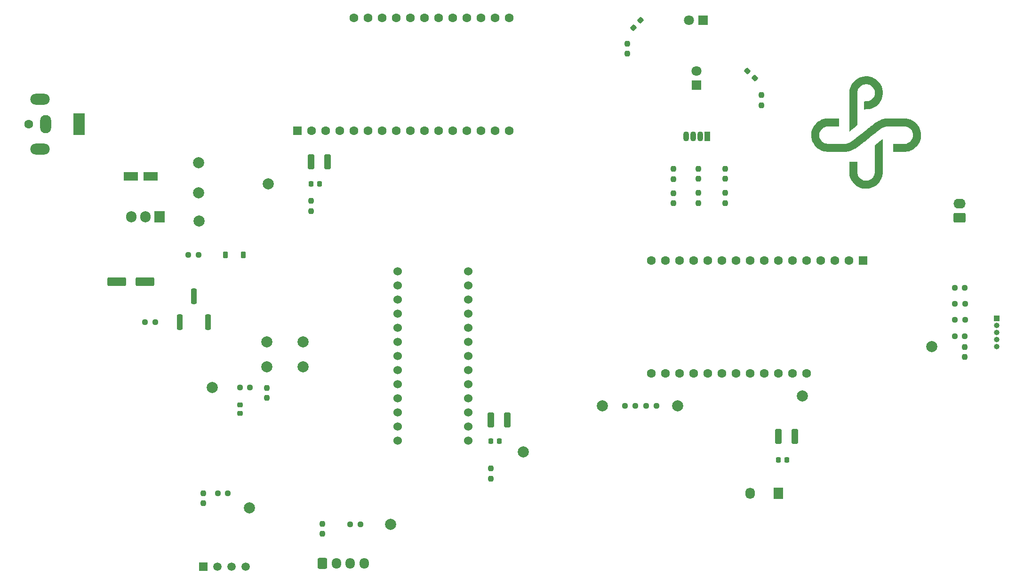
<source format=gbr>
%TF.GenerationSoftware,KiCad,Pcbnew,7.0.8*%
%TF.CreationDate,2023-11-14T21:54:52-08:00*%
%TF.ProjectId,window_weather_monitor,77696e64-6f77-45f7-9765-61746865725f,4*%
%TF.SameCoordinates,Original*%
%TF.FileFunction,Soldermask,Top*%
%TF.FilePolarity,Negative*%
%FSLAX46Y46*%
G04 Gerber Fmt 4.6, Leading zero omitted, Abs format (unit mm)*
G04 Created by KiCad (PCBNEW 7.0.8) date 2023-11-14 21:54:52*
%MOMM*%
%LPD*%
G01*
G04 APERTURE LIST*
G04 Aperture macros list*
%AMRoundRect*
0 Rectangle with rounded corners*
0 $1 Rounding radius*
0 $2 $3 $4 $5 $6 $7 $8 $9 X,Y pos of 4 corners*
0 Add a 4 corners polygon primitive as box body*
4,1,4,$2,$3,$4,$5,$6,$7,$8,$9,$2,$3,0*
0 Add four circle primitives for the rounded corners*
1,1,$1+$1,$2,$3*
1,1,$1+$1,$4,$5*
1,1,$1+$1,$6,$7*
1,1,$1+$1,$8,$9*
0 Add four rect primitives between the rounded corners*
20,1,$1+$1,$2,$3,$4,$5,0*
20,1,$1+$1,$4,$5,$6,$7,0*
20,1,$1+$1,$6,$7,$8,$9,0*
20,1,$1+$1,$8,$9,$2,$3,0*%
G04 Aperture macros list end*
%ADD10RoundRect,0.237500X-0.250000X-0.237500X0.250000X-0.237500X0.250000X0.237500X-0.250000X0.237500X0*%
%ADD11RoundRect,0.237500X-0.237500X0.250000X-0.237500X-0.250000X0.237500X-0.250000X0.237500X0.250000X0*%
%ADD12RoundRect,0.237500X0.237500X-0.250000X0.237500X0.250000X-0.237500X0.250000X-0.237500X-0.250000X0*%
%ADD13R,1.600000X1.600000*%
%ADD14C,1.600000*%
%ADD15RoundRect,0.255000X-0.255000X-1.145000X0.255000X-1.145000X0.255000X1.145000X-0.255000X1.145000X0*%
%ADD16R,1.000000X1.000000*%
%ADD17O,1.000000X1.000000*%
%ADD18R,1.070000X1.800000*%
%ADD19O,1.070000X1.800000*%
%ADD20C,2.000000*%
%ADD21R,2.000000X4.000000*%
%ADD22O,2.000000X3.300000*%
%ADD23O,3.500000X2.000000*%
%ADD24RoundRect,0.225000X-0.225000X-0.250000X0.225000X-0.250000X0.225000X0.250000X-0.225000X0.250000X0*%
%ADD25RoundRect,0.237500X0.344715X-0.008839X-0.008839X0.344715X-0.344715X0.008839X0.008839X-0.344715X0*%
%ADD26RoundRect,0.250000X-0.600000X-0.725000X0.600000X-0.725000X0.600000X0.725000X-0.600000X0.725000X0*%
%ADD27O,1.700000X1.950000*%
%ADD28RoundRect,0.250000X-0.325000X-1.100000X0.325000X-1.100000X0.325000X1.100000X-0.325000X1.100000X0*%
%ADD29R,1.500000X1.500000*%
%ADD30C,1.500000*%
%ADD31RoundRect,0.237500X0.250000X0.237500X-0.250000X0.237500X-0.250000X-0.237500X0.250000X-0.237500X0*%
%ADD32R,1.800000X1.800000*%
%ADD33C,1.800000*%
%ADD34RoundRect,0.250000X-1.050000X-0.550000X1.050000X-0.550000X1.050000X0.550000X-1.050000X0.550000X0*%
%ADD35R,1.905000X2.000000*%
%ADD36O,1.905000X2.000000*%
%ADD37RoundRect,0.237500X-0.008839X-0.344715X0.344715X0.008839X0.008839X0.344715X-0.344715X-0.008839X0*%
%ADD38R,1.730000X2.030000*%
%ADD39O,1.730000X2.030000*%
%ADD40RoundRect,0.250000X0.845000X-0.620000X0.845000X0.620000X-0.845000X0.620000X-0.845000X-0.620000X0*%
%ADD41O,2.190000X1.740000*%
%ADD42RoundRect,0.225000X-0.225000X-0.375000X0.225000X-0.375000X0.225000X0.375000X-0.225000X0.375000X0*%
%ADD43C,1.524000*%
%ADD44RoundRect,0.250000X1.412500X0.550000X-1.412500X0.550000X-1.412500X-0.550000X1.412500X-0.550000X0*%
%ADD45RoundRect,0.225000X0.250000X-0.225000X0.250000X0.225000X-0.250000X0.225000X-0.250000X-0.225000X0*%
G04 APERTURE END LIST*
%TO.C,*%
G36*
X185355389Y-63250804D02*
G01*
X185359204Y-63345522D01*
X185362804Y-63497714D01*
X185366149Y-63702741D01*
X185369196Y-63955962D01*
X185371904Y-64252738D01*
X185374233Y-64588428D01*
X185376141Y-64958394D01*
X185377587Y-65357994D01*
X185378529Y-65782589D01*
X185378926Y-66227539D01*
X185378937Y-66313929D01*
X185378903Y-66848034D01*
X185378697Y-67319947D01*
X185378160Y-67734229D01*
X185377134Y-68095442D01*
X185375460Y-68408149D01*
X185372978Y-68676911D01*
X185369530Y-68906291D01*
X185364957Y-69100849D01*
X185359100Y-69265149D01*
X185351801Y-69403751D01*
X185342900Y-69521219D01*
X185332240Y-69622113D01*
X185319659Y-69710996D01*
X185305001Y-69792429D01*
X185288107Y-69870975D01*
X185268816Y-69951195D01*
X185249646Y-70027136D01*
X185141265Y-70340973D01*
X184978717Y-70659817D01*
X184771853Y-70969750D01*
X184530523Y-71256856D01*
X184264575Y-71507218D01*
X184127300Y-71612950D01*
X183758611Y-71838570D01*
X183364171Y-72010412D01*
X182953486Y-72126244D01*
X182536060Y-72183836D01*
X182121401Y-72180957D01*
X181857655Y-72145564D01*
X181429006Y-72039343D01*
X181042996Y-71887791D01*
X180689296Y-71686204D01*
X180439127Y-71499442D01*
X180154842Y-71237979D01*
X179918687Y-70959273D01*
X179721830Y-70650208D01*
X179555441Y-70297667D01*
X179463134Y-70049827D01*
X179358444Y-69743430D01*
X179345203Y-68533509D01*
X179331962Y-67323588D01*
X180052430Y-67323588D01*
X180772898Y-67323588D01*
X180774698Y-68216426D01*
X180776227Y-68470249D01*
X180779587Y-68716601D01*
X180784467Y-68943161D01*
X180790557Y-69137613D01*
X180797549Y-69287638D01*
X180803678Y-69368314D01*
X180867369Y-69667928D01*
X180989472Y-69943878D01*
X181163887Y-70189649D01*
X181384513Y-70398725D01*
X181645248Y-70564593D01*
X181939993Y-70680739D01*
X182060913Y-70710749D01*
X182368055Y-70742591D01*
X182668241Y-70711597D01*
X182954136Y-70621683D01*
X183218404Y-70476766D01*
X183453711Y-70280762D01*
X183652721Y-70037589D01*
X183792754Y-69786025D01*
X183820302Y-69721145D01*
X183844323Y-69653061D01*
X183865051Y-69576979D01*
X183882718Y-69488104D01*
X183897556Y-69381640D01*
X183909798Y-69252792D01*
X183919678Y-69096766D01*
X183927427Y-68908766D01*
X183933279Y-68683997D01*
X183937466Y-68417664D01*
X183940221Y-68104972D01*
X183941776Y-67741126D01*
X183942365Y-67321331D01*
X183942220Y-66840791D01*
X183942095Y-66708979D01*
X183939612Y-64336334D01*
X184119496Y-64186137D01*
X184231139Y-64093882D01*
X184340888Y-64004754D01*
X184413603Y-63946990D01*
X184480331Y-63894371D01*
X184586412Y-63809963D01*
X184719211Y-63703849D01*
X184866092Y-63586116D01*
X184925843Y-63538120D01*
X185065397Y-63427325D01*
X185187259Y-63333170D01*
X185281774Y-63262912D01*
X185339287Y-63223811D01*
X185351401Y-63218200D01*
X185355389Y-63250804D01*
G37*
G36*
X182624653Y-51927659D02*
G01*
X182663142Y-51932069D01*
X183048212Y-51996722D01*
X183392960Y-52094737D01*
X183718712Y-52233869D01*
X184046794Y-52421874D01*
X184093923Y-52452404D01*
X184441489Y-52719315D01*
X184740882Y-53030095D01*
X184988932Y-53379313D01*
X185182473Y-53761537D01*
X185318335Y-54171333D01*
X185393349Y-54603270D01*
X185400855Y-54693050D01*
X185397956Y-55126237D01*
X185330761Y-55548782D01*
X185201450Y-55956116D01*
X185012204Y-56343666D01*
X184765203Y-56706861D01*
X184462629Y-57041130D01*
X184154211Y-57306135D01*
X184037757Y-57383544D01*
X183879301Y-57473436D01*
X183699585Y-57565501D01*
X183519347Y-57649426D01*
X183359330Y-57714902D01*
X183276183Y-57742627D01*
X183159540Y-57776666D01*
X183051556Y-57809326D01*
X183025855Y-57817386D01*
X182955848Y-57830577D01*
X182834902Y-57844186D01*
X182678807Y-57856770D01*
X182503352Y-57866886D01*
X182466109Y-57868538D01*
X182006495Y-57887818D01*
X182015518Y-57173574D01*
X182024540Y-56459330D01*
X182362882Y-56436868D01*
X182716166Y-56384627D01*
X183032980Y-56278083D01*
X183311085Y-56118661D01*
X183548247Y-55907784D01*
X183742229Y-55646878D01*
X183815872Y-55511419D01*
X183865890Y-55402897D01*
X183898726Y-55308531D01*
X183918837Y-55207168D01*
X183930678Y-55077659D01*
X183937381Y-54934565D01*
X183939214Y-54714688D01*
X183921882Y-54538547D01*
X183879575Y-54384477D01*
X183806481Y-54230809D01*
X183705062Y-54068190D01*
X183506404Y-53830514D01*
X183256417Y-53631346D01*
X182961069Y-53474938D01*
X182778890Y-53407869D01*
X182636261Y-53380360D01*
X182452874Y-53369662D01*
X182252326Y-53374866D01*
X182058219Y-53395063D01*
X181894152Y-53429345D01*
X181850563Y-53443617D01*
X181546135Y-53589245D01*
X181288051Y-53782907D01*
X181076617Y-54024299D01*
X180912136Y-54313115D01*
X180865464Y-54426019D01*
X180790853Y-54623588D01*
X180782928Y-57660907D01*
X180775003Y-60698226D01*
X180579736Y-60865112D01*
X180448753Y-60975334D01*
X180299372Y-61098505D01*
X180175239Y-61198883D01*
X180071576Y-61282019D01*
X179985544Y-61351839D01*
X179932769Y-61395642D01*
X179927206Y-61400496D01*
X179886428Y-61435237D01*
X179806683Y-61501867D01*
X179700576Y-61589886D01*
X179611821Y-61663175D01*
X179335238Y-61891126D01*
X179345471Y-58123849D01*
X179347332Y-57503756D01*
X179349390Y-56947639D01*
X179351682Y-56452719D01*
X179354244Y-56016217D01*
X179357113Y-55635355D01*
X179360325Y-55307354D01*
X179363917Y-55029435D01*
X179367924Y-54798820D01*
X179372383Y-54612731D01*
X179377330Y-54468388D01*
X179382802Y-54363014D01*
X179388836Y-54293828D01*
X179395466Y-54258054D01*
X179396069Y-54256439D01*
X179426708Y-54175406D01*
X179469625Y-54055702D01*
X179515995Y-53921986D01*
X179520011Y-53910178D01*
X179686149Y-53522877D01*
X179909971Y-53162356D01*
X180185466Y-52835418D01*
X180506623Y-52548865D01*
X180867431Y-52309499D01*
X180993989Y-52242117D01*
X181391791Y-52075790D01*
X181803609Y-51966556D01*
X182218284Y-51916488D01*
X182624653Y-51927659D01*
G37*
G36*
X177501939Y-60228145D02*
G01*
X177501939Y-60948555D01*
X176439209Y-60948555D01*
X176136599Y-60948929D01*
X175892070Y-60950335D01*
X175696950Y-60953204D01*
X175542569Y-60957963D01*
X175420256Y-60965043D01*
X175321339Y-60974870D01*
X175237149Y-60987875D01*
X175159013Y-61004487D01*
X175121698Y-61013717D01*
X174823218Y-61121400D01*
X174564142Y-61277128D01*
X174346742Y-61473474D01*
X174173289Y-61703012D01*
X174046056Y-61958312D01*
X173967313Y-62231949D01*
X173939332Y-62516494D01*
X173964385Y-62804519D01*
X174044743Y-63088598D01*
X174182678Y-63361303D01*
X174339746Y-63570548D01*
X174437878Y-63665062D01*
X174566852Y-63767190D01*
X174693111Y-63851287D01*
X174778577Y-63901229D01*
X174856947Y-63943532D01*
X174934418Y-63978830D01*
X175017185Y-64007757D01*
X175111445Y-64030946D01*
X175223393Y-64049032D01*
X175359227Y-64062649D01*
X175525142Y-64072432D01*
X175727335Y-64079013D01*
X175972001Y-64083026D01*
X176265338Y-64085107D01*
X176613540Y-64085889D01*
X176987050Y-64086006D01*
X177337682Y-64085354D01*
X177667327Y-64083475D01*
X177969387Y-64080487D01*
X178237268Y-64076505D01*
X178464372Y-64071647D01*
X178644105Y-64066028D01*
X178769869Y-64059765D01*
X178832918Y-64053407D01*
X179029351Y-64003961D01*
X179235370Y-63926736D01*
X179456756Y-63818278D01*
X179699289Y-63675131D01*
X179968750Y-63493838D01*
X180270918Y-63270945D01*
X180611574Y-63002996D01*
X180672767Y-62953496D01*
X180842700Y-62815845D01*
X181005350Y-62684630D01*
X181149666Y-62568727D01*
X181264594Y-62477012D01*
X181339085Y-62418359D01*
X181340309Y-62417412D01*
X181431683Y-62345362D01*
X181505813Y-62284439D01*
X181535117Y-62258583D01*
X181588765Y-62212737D01*
X181670087Y-62148718D01*
X181702003Y-62124594D01*
X181784259Y-62061793D01*
X181846410Y-62011892D01*
X181860095Y-61999935D01*
X181906573Y-61960241D01*
X181983049Y-61898129D01*
X182022972Y-61866426D01*
X182115978Y-61792873D01*
X182239845Y-61694547D01*
X182384446Y-61579527D01*
X182539652Y-61455892D01*
X182695335Y-61331722D01*
X182841366Y-61215096D01*
X182967617Y-61114093D01*
X183063960Y-61036793D01*
X183120266Y-60991274D01*
X183125986Y-60986567D01*
X183243089Y-60891717D01*
X183391514Y-60774874D01*
X183557504Y-60646514D01*
X183727306Y-60517113D01*
X183887164Y-60397149D01*
X184023324Y-60297098D01*
X184122031Y-60227437D01*
X184127300Y-60223890D01*
X184336437Y-60096465D01*
X184584762Y-59965135D01*
X184850934Y-59839744D01*
X185113610Y-59730135D01*
X185351447Y-59646154D01*
X185429008Y-59623511D01*
X185762780Y-59533160D01*
X187531768Y-59520812D01*
X187973965Y-59518162D01*
X188355463Y-59517052D01*
X188682303Y-59517805D01*
X188960529Y-59520748D01*
X189196184Y-59526205D01*
X189395311Y-59534499D01*
X189563954Y-59545955D01*
X189708154Y-59560898D01*
X189833956Y-59579652D01*
X189947402Y-59602542D01*
X190054535Y-59629892D01*
X190161285Y-59661990D01*
X190372939Y-59739938D01*
X190595733Y-59839858D01*
X190808378Y-59950983D01*
X190989584Y-60062546D01*
X191069744Y-60121481D01*
X191389943Y-60413619D01*
X191666520Y-60737905D01*
X191892504Y-61084619D01*
X192060922Y-61444042D01*
X192101282Y-61559411D01*
X192152959Y-61726895D01*
X192189711Y-61867659D01*
X192213942Y-61999771D01*
X192228055Y-62141302D01*
X192234453Y-62310319D01*
X192235542Y-62524893D01*
X192235371Y-62567346D01*
X192233898Y-62769291D01*
X192230184Y-62920853D01*
X192221924Y-63038403D01*
X192206814Y-63138311D01*
X192182548Y-63236949D01*
X192146824Y-63350688D01*
X192109750Y-63459753D01*
X191972562Y-63805101D01*
X191809472Y-64105969D01*
X191607324Y-64383403D01*
X191372859Y-64638720D01*
X191087870Y-64895948D01*
X190797414Y-65100262D01*
X190482638Y-65264150D01*
X190337609Y-65324333D01*
X190207189Y-65373357D01*
X190087071Y-65413542D01*
X189968834Y-65445759D01*
X189844053Y-65470877D01*
X189704304Y-65489765D01*
X189541164Y-65503294D01*
X189346208Y-65512334D01*
X189111014Y-65517754D01*
X188827157Y-65520423D01*
X188486214Y-65521212D01*
X188430768Y-65521222D01*
X187248062Y-65521222D01*
X187248062Y-64806199D01*
X187248062Y-64091175D01*
X188441295Y-64080246D01*
X189634527Y-64069317D01*
X189901544Y-63937234D01*
X190178454Y-63767488D01*
X190404487Y-63562259D01*
X190580015Y-63328696D01*
X190705407Y-63073951D01*
X190781037Y-62805174D01*
X190807275Y-62529515D01*
X190784493Y-62254123D01*
X190713062Y-61986150D01*
X190593353Y-61732745D01*
X190425738Y-61501059D01*
X190210587Y-61298242D01*
X189948274Y-61131444D01*
X189751347Y-61045245D01*
X189700660Y-61026940D01*
X189652358Y-61011620D01*
X189600160Y-60998974D01*
X189537786Y-60988689D01*
X189458953Y-60980451D01*
X189357382Y-60973948D01*
X189226792Y-60968868D01*
X189060902Y-60964897D01*
X188853432Y-60961722D01*
X188598099Y-60959032D01*
X188288624Y-60956513D01*
X187918726Y-60953852D01*
X187915605Y-60953830D01*
X187490748Y-60951448D01*
X187128156Y-60950801D01*
X186823360Y-60951961D01*
X186571891Y-60954999D01*
X186369281Y-60959987D01*
X186211061Y-60966996D01*
X186092762Y-60976097D01*
X186029797Y-60983986D01*
X185742040Y-61051861D01*
X185436604Y-61164981D01*
X185134950Y-61314514D01*
X184947518Y-61429421D01*
X184879989Y-61477981D01*
X184765224Y-61564622D01*
X184608003Y-61685592D01*
X184413108Y-61837136D01*
X184185321Y-62015501D01*
X183929423Y-62216935D01*
X183650197Y-62437683D01*
X183352425Y-62673992D01*
X183040887Y-62922110D01*
X182766375Y-63141454D01*
X182447762Y-63395956D01*
X182139495Y-63641296D01*
X181846268Y-63873790D01*
X181572778Y-64089757D01*
X181323720Y-64285515D01*
X181103789Y-64457382D01*
X180917682Y-64601676D01*
X180770093Y-64714715D01*
X180665718Y-64792817D01*
X180613549Y-64829590D01*
X180250136Y-65048611D01*
X179907498Y-65220570D01*
X179568340Y-65353235D01*
X179231636Y-65450432D01*
X179168164Y-65465412D01*
X179106262Y-65478102D01*
X179040060Y-65488680D01*
X178963692Y-65497325D01*
X178871289Y-65504215D01*
X178756985Y-65509527D01*
X178614912Y-65513441D01*
X178439201Y-65516133D01*
X178223986Y-65517782D01*
X177963399Y-65518567D01*
X177651572Y-65518664D01*
X177282638Y-65518253D01*
X177012056Y-65517802D01*
X176556752Y-65516533D01*
X176164585Y-65514406D01*
X175831943Y-65511342D01*
X175555215Y-65507267D01*
X175330788Y-65502102D01*
X175155051Y-65495772D01*
X175024391Y-65488200D01*
X174935196Y-65479309D01*
X174898522Y-65472964D01*
X174458087Y-65341626D01*
X174051116Y-65154694D01*
X173681635Y-64914264D01*
X173455469Y-64722793D01*
X173141644Y-64387253D01*
X172889875Y-64027439D01*
X172699615Y-63642244D01*
X172570313Y-63230565D01*
X172502268Y-62800986D01*
X172494776Y-62355897D01*
X172549970Y-61925288D01*
X172664476Y-61514037D01*
X172834922Y-61127021D01*
X173057934Y-60769117D01*
X173330138Y-60445203D01*
X173648161Y-60160157D01*
X174008629Y-59918855D01*
X174408168Y-59726176D01*
X174698259Y-59626058D01*
X175015342Y-59532993D01*
X176258640Y-59520364D01*
X177501939Y-59507735D01*
X177501939Y-60228145D01*
G37*
%TD*%
D10*
%TO.C,R10*%
X198299700Y-89992200D03*
X200124700Y-89992200D03*
%TD*%
D11*
%TO.C,R25*%
X82499200Y-74373100D03*
X82499200Y-76198100D03*
%TD*%
D10*
%TO.C,R26*%
X52630700Y-96215200D03*
X54455700Y-96215200D03*
%TD*%
D12*
%TO.C,R1*%
X63119000Y-128801500D03*
X63119000Y-126976500D03*
%TD*%
%TO.C,R11*%
X147701000Y-74775700D03*
X147701000Y-72950700D03*
%TD*%
D10*
%TO.C,R28*%
X60428500Y-84124800D03*
X62253500Y-84124800D03*
%TD*%
D13*
%TO.C,DS1*%
X80010000Y-61766900D03*
D14*
X82550000Y-61766900D03*
X85090000Y-61766900D03*
X87630000Y-61766900D03*
X90170000Y-61766900D03*
X92710000Y-61766900D03*
X95250000Y-61766900D03*
X97790000Y-61766900D03*
X100330000Y-61766900D03*
X102870000Y-61766900D03*
X105410000Y-61766900D03*
X107950000Y-61766900D03*
X110490000Y-61766900D03*
X113030000Y-61766900D03*
X115570000Y-61766900D03*
X118110000Y-61766900D03*
X118110000Y-41446900D03*
X115570000Y-41446900D03*
X113030000Y-41446900D03*
X110490000Y-41446900D03*
X107950000Y-41446900D03*
X105410000Y-41446900D03*
X102870000Y-41446900D03*
X100330000Y-41446900D03*
X97790000Y-41446900D03*
X95250000Y-41446900D03*
X92710000Y-41446900D03*
X90170000Y-41446900D03*
%TD*%
D12*
%TO.C,R2*%
X84531200Y-134311400D03*
X84531200Y-132486400D03*
%TD*%
D15*
%TO.C,R27*%
X58877200Y-96169200D03*
X61417200Y-91569200D03*
X63957200Y-96169200D03*
%TD*%
D16*
%TO.C,U5*%
X205892400Y-95554800D03*
D17*
X205892400Y-96824800D03*
X205892400Y-98094800D03*
X205892400Y-99364800D03*
X205892400Y-100634800D03*
%TD*%
D12*
%TO.C,R19*%
X152222200Y-70383400D03*
X152222200Y-68558400D03*
%TD*%
D18*
%TO.C,D3*%
X153822400Y-62788800D03*
D19*
X152552400Y-62788800D03*
X151282400Y-62788800D03*
X150012400Y-62788800D03*
%TD*%
D20*
%TO.C,TP6*%
X148463000Y-111302800D03*
%TD*%
D10*
%TO.C,R5*%
X65737100Y-126974600D03*
X67562100Y-126974600D03*
%TD*%
D20*
%TO.C,TP1*%
X62306200Y-67513200D03*
%TD*%
D14*
%TO.C,J1*%
X31729800Y-60528200D03*
D21*
X40729800Y-60528200D03*
D22*
X34729800Y-60528200D03*
D23*
X33729800Y-56028200D03*
X33729800Y-65028200D03*
%TD*%
D20*
%TO.C,TP8*%
X71374000Y-129667000D03*
%TD*%
D24*
%TO.C,C4*%
X166573200Y-121005600D03*
X168123200Y-121005600D03*
%TD*%
%TO.C,C6*%
X82486200Y-71323200D03*
X84036200Y-71323200D03*
%TD*%
D25*
%TO.C,R20*%
X162316235Y-52283435D03*
X161025765Y-50992965D03*
%TD*%
D26*
%TO.C,U3*%
X84549600Y-139649200D03*
D27*
X87049600Y-139649200D03*
X89549600Y-139649200D03*
X92049600Y-139649200D03*
%TD*%
D28*
%TO.C,C2*%
X114831600Y-113817400D03*
X117781600Y-113817400D03*
%TD*%
D12*
%TO.C,R18*%
X147701000Y-70425700D03*
X147701000Y-68600700D03*
%TD*%
%TO.C,R14*%
X163495200Y-57129300D03*
X163495200Y-55304300D03*
%TD*%
D20*
%TO.C,TP7*%
X96774000Y-132562600D03*
%TD*%
D13*
%TO.C,U1*%
X181838600Y-85121300D03*
D14*
X179298600Y-85121300D03*
X176758600Y-85121300D03*
X174218600Y-85121300D03*
X171678600Y-85121300D03*
X169138600Y-85121300D03*
X166598600Y-85121300D03*
X164058600Y-85121300D03*
X161518600Y-85121300D03*
X158978600Y-85121300D03*
X156438600Y-85121300D03*
X153898600Y-85121300D03*
X151358600Y-85121300D03*
X148818600Y-85121300D03*
X146278600Y-85121300D03*
X143738600Y-85121300D03*
X143738600Y-105441300D03*
X146278600Y-105441300D03*
X148818600Y-105441300D03*
X151358600Y-105441300D03*
X153898600Y-105441300D03*
X156438600Y-105441300D03*
X158978600Y-105441300D03*
X161518600Y-105441300D03*
X164058600Y-105441300D03*
X166598600Y-105441300D03*
X169138600Y-105441300D03*
X171678600Y-105441300D03*
%TD*%
D12*
%TO.C,R16*%
X156997400Y-74756900D03*
X156997400Y-72931900D03*
%TD*%
D11*
%TO.C,R3*%
X114858800Y-122531500D03*
X114858800Y-124356500D03*
%TD*%
D29*
%TO.C,U2*%
X63093600Y-140258800D03*
D30*
X65633600Y-140258800D03*
X68173600Y-140258800D03*
X70713600Y-140258800D03*
%TD*%
D12*
%TO.C,R15*%
X139369800Y-47853600D03*
X139369800Y-46028600D03*
%TD*%
D31*
%TO.C,R7*%
X140841100Y-111277400D03*
X139016100Y-111277400D03*
%TD*%
D20*
%TO.C,SW1*%
X74575600Y-99705600D03*
X81075600Y-99705600D03*
X74575600Y-104205600D03*
X81075600Y-104205600D03*
%TD*%
D32*
%TO.C,D2*%
X153009600Y-41859200D03*
D33*
X150469600Y-41859200D03*
%TD*%
D28*
%TO.C,C5*%
X166571400Y-116789200D03*
X169521400Y-116789200D03*
%TD*%
D20*
%TO.C,TP12*%
X74828400Y-71323200D03*
%TD*%
D34*
%TO.C,C8*%
X50066800Y-69951600D03*
X53666800Y-69951600D03*
%TD*%
D20*
%TO.C,TP11*%
X194183000Y-100634800D03*
%TD*%
%TO.C,TP9*%
X170865800Y-109448600D03*
%TD*%
%TO.C,TP3*%
X62230000Y-72872600D03*
%TD*%
D35*
%TO.C,U6*%
X55219600Y-77216000D03*
D36*
X52679600Y-77216000D03*
X50139600Y-77216000D03*
%TD*%
D24*
%TO.C,C1*%
X114845800Y-117602000D03*
X116395800Y-117602000D03*
%TD*%
D31*
%TO.C,R9*%
X71542500Y-107990000D03*
X69717500Y-107990000D03*
%TD*%
D37*
%TO.C,R21*%
X140477165Y-43164835D03*
X141767635Y-41874365D03*
%TD*%
D20*
%TO.C,TP4*%
X120675400Y-119532400D03*
%TD*%
D10*
%TO.C,R17*%
X198350500Y-95808800D03*
X200175500Y-95808800D03*
%TD*%
D12*
%TO.C,R13*%
X152210600Y-74733400D03*
X152210600Y-72908400D03*
%TD*%
D20*
%TO.C,TP10*%
X64719200Y-107975400D03*
%TD*%
%TO.C,TP5*%
X134874000Y-111277400D03*
%TD*%
D38*
%TO.C,SW2*%
X166583200Y-127044800D03*
D39*
X161503200Y-127044800D03*
%TD*%
D40*
%TO.C,BZ1*%
X199206800Y-77368400D03*
D41*
X199206800Y-74828400D03*
%TD*%
D20*
%TO.C,TP2*%
X62357000Y-77952600D03*
%TD*%
D42*
%TO.C,D4*%
X67057000Y-84124800D03*
X70357000Y-84124800D03*
%TD*%
D32*
%TO.C,D1*%
X151841200Y-53497400D03*
D33*
X151841200Y-50957400D03*
%TD*%
D28*
%TO.C,C7*%
X82548200Y-67310000D03*
X85498200Y-67310000D03*
%TD*%
D12*
%TO.C,R23*%
X156997400Y-70406900D03*
X156997400Y-68581900D03*
%TD*%
D10*
%TO.C,R4*%
X89562300Y-132562600D03*
X91387300Y-132562600D03*
%TD*%
%TO.C,R12*%
X198350500Y-92887800D03*
X200175500Y-92887800D03*
%TD*%
D12*
%TO.C,R8*%
X74574400Y-109827700D03*
X74574400Y-108002700D03*
%TD*%
D10*
%TO.C,R6*%
X142826100Y-111277400D03*
X144651100Y-111277400D03*
%TD*%
D43*
%TO.C,U4*%
X110796800Y-117500400D03*
X110796800Y-114960400D03*
X110796800Y-112420400D03*
X110796800Y-109880400D03*
X110796800Y-107340400D03*
X110796800Y-104800400D03*
X110796800Y-102260400D03*
X110796800Y-99720400D03*
X110796800Y-97180400D03*
X110796800Y-94640400D03*
X110796800Y-92100400D03*
X110796800Y-89560400D03*
X110796800Y-87020400D03*
X98096800Y-87020400D03*
X98096800Y-89560400D03*
X98096800Y-92100400D03*
X98096800Y-94640400D03*
X98096800Y-97180400D03*
X98096800Y-99720400D03*
X98096800Y-102260400D03*
X98096800Y-104800400D03*
X98096800Y-107340400D03*
X98096800Y-109880400D03*
X98096800Y-112420400D03*
X98096800Y-114960400D03*
X98096800Y-117500400D03*
%TD*%
D44*
%TO.C,C9*%
X52600900Y-88950800D03*
X47525900Y-88950800D03*
%TD*%
D45*
%TO.C,C3*%
X69720000Y-112655000D03*
X69720000Y-111105000D03*
%TD*%
D11*
%TO.C,R24*%
X200126600Y-100636700D03*
X200126600Y-102461700D03*
%TD*%
D10*
%TO.C,R22*%
X198299700Y-98755200D03*
X200124700Y-98755200D03*
%TD*%
M02*

</source>
